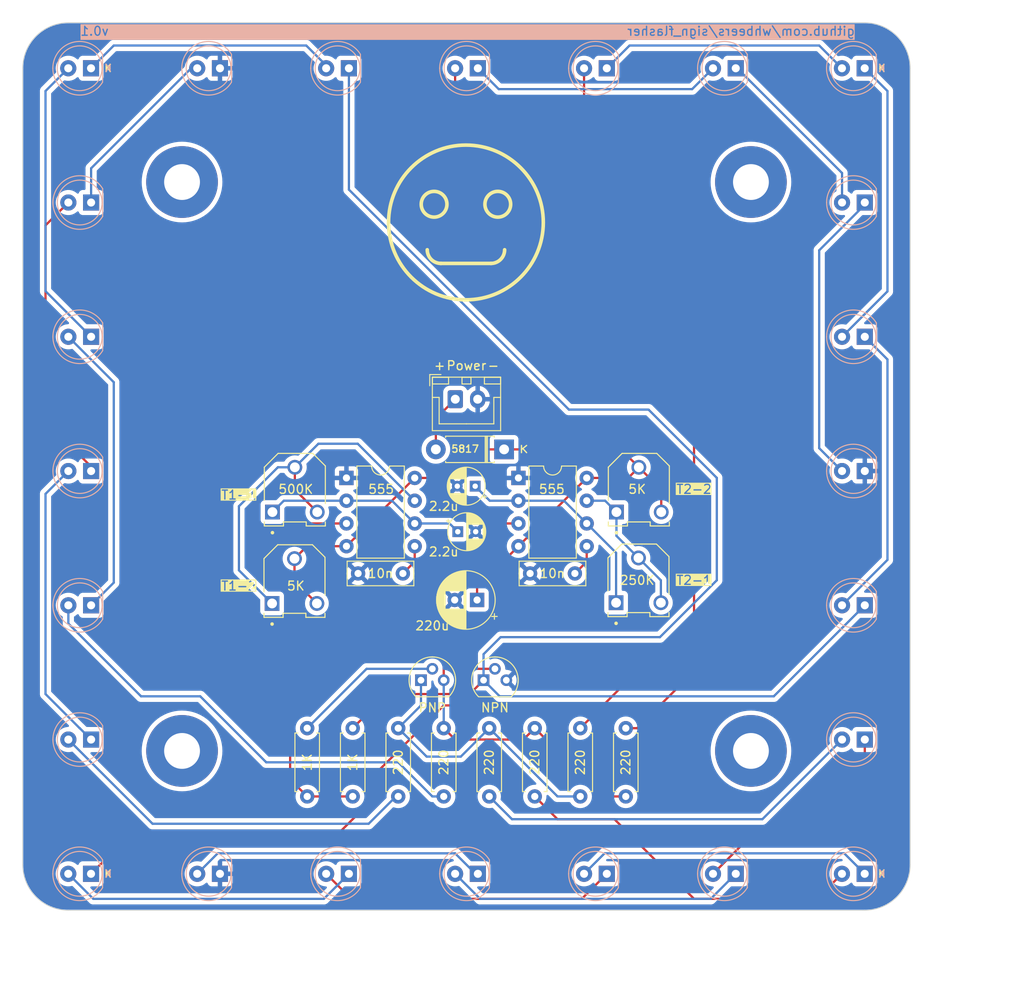
<source format=kicad_pcb>
(kicad_pcb (version 20221018) (generator pcbnew)
  (title_block (title "LED Sign Flasher") (date "2023-03-16") (rev "v0.1") (comment 1 "github.com/whbeers/sign_flasher"))
  (layers (0 "F.Cu" signal) (31 "B.Cu" power) (36 "B.SilkS" user "B.Silkscreen") (37 "F.SilkS" user "F.Silkscreen") (38 "B.Mask" user) (39 "F.Mask" user) (44 "Edge.Cuts" user))
  (net 0 "")
  (net 1 "/12V0")
  (net 2 "GND")
  (net 3 "Net-(U1-CV)")
  (net 4 "Net-(U2-CV)")
  (net 5 "Net-(U1-THR)")
  (net 6 "Net-(U2-THR)")
  (net 7 "Net-(D1-K)")
  (net 8 "Net-(D1-A)")
  (net 9 "Net-(D2-K)")
  (net 10 "Net-(D5-K)")
  (net 11 "Net-(D7-K)")
  (net 12 "Net-(D10-K)")
  (net 13 "Net-(D10-A)")
  (net 14 "Net-(D11-K)")
  (net 15 "Net-(D13-K)")
  (net 16 "Net-(D13-A)")
  (net 17 "Net-(D14-K)")
  (net 18 "Net-(D16-K)")
  (net 19 "Net-(D17-K)")
  (net 20 "Net-(Q1-B)")
  (net 21 "Net-(Q1-C)")
  (net 22 "/T2_OUT")
  (net 23 "Net-(Q2-B)")
  (net 24 "/T1_OUT")
  (net 25 "Net-(U1-DIS)")
  (net 26 "Net-(U2-DIS)")
  (net 27 "Net-(D3-K)")
  (net 28 "Net-(D5-A)")
  (net 29 "Net-(D6-K)")
  (net 30 "Net-(D9-A)")
  (net 31 "Net-(D15-K)")
  (net 32 "Net-(D17-A)")
  (net 33 "Net-(D18-K)")
  (net 34 "Net-(D19-K)")
  (net 35 "Net-(D21-K)")
  (net 36 "Net-(D21-A)")
  (net 37 "Net-(D22-K)")
  (net 38 "Net-(D23-K)")
  (net 39 "/VPOS")
  (footprint "Package_TO_SOT_THT:TO-92" (layer "F.Cu") (at 135.255 116.565)
    (fp_text reference "Q2")
    (fp_text value "BC547")
    (fp_text user "NPN" (at 1.27 3.069 unlocked) (layer "F.SilkS"))
    (pad "1" thru_hole rect (at 0 0) (size 1.3 1.3) (drill 0.75) (layers "*.Cu" "*.Mask") (net 18 "Net-(D16-K)"))
    (pad "2" thru_hole circle (at 1.27 -1.27) (size 1.3 1.3) (drill 0.75) (layers "*.Cu" "*.Mask") (net 23 "Net-(Q2-B)"))
    (pad "3" thru_hole circle (at 2.54 0) (size 1.3 1.3) (drill 0.75) (layers "*.Cu" "*.Mask") (net 2 "GND"))
  )
  (footprint "Package_DIP:DIP-8_W7.62mm" (layer "F.Cu") (at 139.14935 93.99)
    (fp_text reference "U2")
    (fp_text value "NE555D")
    (fp_text user "555" (at 3.72565 1.26 unlocked) (layer "F.SilkS"))
    (pad "1" thru_hole rect (at 0 0) (size 1.6 1.6) (drill 0.8) (layers "*.Cu" "*.Mask") (net 2 "GND"))
    (pad "2" thru_hole oval (at 0 2.54) (size 1.6 1.6) (drill 0.8) (layers "*.Cu" "*.Mask") (net 6 "Net-(U2-THR)"))
    (pad "3" thru_hole oval (at 0 5.08) (size 1.6 1.6) (drill 0.8) (layers "*.Cu" "*.Mask") (net 22 "/T2_OUT"))
    (pad "4" thru_hole oval (at 0 7.62) (size 1.6 1.6) (drill 0.8) (layers "*.Cu" "*.Mask") (net 1 "/12V0"))
    (pad "5" thru_hole oval (at 7.62 7.62) (size 1.6 1.6) (drill 0.8) (layers "*.Cu" "*.Mask") (net 4 "Net-(U2-CV)"))
    (pad "6" thru_hole oval (at 7.62 5.08) (size 1.6 1.6) (drill 0.8) (layers "*.Cu" "*.Mask") (net 6 "Net-(U2-THR)"))
    (pad "7" thru_hole oval (at 7.62 2.54) (size 1.6 1.6) (drill 0.8) (layers "*.Cu" "*.Mask") (net 26 "Net-(U2-DIS)"))
    (pad "8" thru_hole oval (at 7.62 0) (size 1.6 1.6) (drill 0.8) (layers "*.Cu" "*.Mask") (net 1 "/12V0"))
  )
  (footprint "Capacitor_THT:CP_Radial_D6.3mm_P2.50mm" (layer "F.Cu") (at 134.53238 107.61 180)
    (fp_text reference "C5")
    (fp_text value "220u" (at 4.99238 -2.88) (layer "F.SilkS"))
    (pad "1" thru_hole rect (at 0 0 180) (size 1.6 1.6) (drill 0.8) (layers "*.Cu" "*.Mask") (net 1 "/12V0"))
    (pad "2" thru_hole circle (at 2.5 0 180) (size 1.6 1.6) (drill 0.8) (layers "*.Cu" "*.Mask") (net 2 "GND"))
  )
  (footprint "Package_TO_SOT_THT:TO-92" (layer "F.Cu") (at 128.27 116.565)
    (fp_text reference "Q1")
    (fp_text value "BC557")
    (fp_text user "PNP" (at 1.27 3.069 unlocked) (layer "F.SilkS"))
    (pad "1" thru_hole rect (at 0 0) (size 1.3 1.3) (drill 0.75) (layers "*.Cu" "*.Mask") (net 21 "Net-(Q1-C)"))
    (pad "2" thru_hole circle (at 1.27 -1.27) (size 1.3 1.3) (drill 0.75) (layers "*.Cu" "*.Mask") (net 20 "Net-(Q1-B)"))
    (pad "3" thru_hole circle (at 2.54 0) (size 1.3 1.3) (drill 0.75) (layers "*.Cu" "*.Mask") (net 22 "/T2_OUT"))
  )
  (footprint "Package_DIP:DIP-8_W7.62mm" (layer "F.Cu") (at 119.95065 93.99)
    (fp_text reference "U1")
    (fp_text value "NE555D")
    (fp_text user "555" (at 3.87435 1.26 unlocked) (layer "F.SilkS"))
    (pad "1" thru_hole rect (at 0 0) (size 1.6 1.6) (drill 0.8) (layers "*.Cu" "*.Mask") (net 2 "GND"))
    (pad "2" thru_hole oval (at 0 2.54) (size 1.6 1.6) (drill 0.8) (layers "*.Cu" "*.Mask") (net 5 "Net-(U1-THR)"))
    (pad "3" thru_hole oval (at 0 5.08) (size 1.6 1.6) (drill 0.8) (layers "*.Cu" "*.Mask") (net 24 "/T1_OUT"))
    (pad "4" thru_hole oval (at 0 7.62) (size 1.6 1.6) (drill 0.8) (layers "*.Cu" "*.Mask") (net 1 "/12V0"))
    (pad "5" thru_hole oval (at 7.62 7.62) (size 1.6 1.6) (drill 0.8) (layers "*.Cu" "*.Mask") (net 3 "Net-(U1-CV)"))
    (pad "6" thru_hole oval (at 7.62 5.08) (size 1.6 1.6) (drill 0.8) (layers "*.Cu" "*.Mask") (net 5 "Net-(U1-THR)"))
    (pad "7" thru_hole oval (at 7.62 2.54) (size 1.6 1.6) (drill 0.8) (layers "*.Cu" "*.Mask") (net 25 "Net-(U1-DIS)"))
    (pad "8" thru_hole oval (at 7.62 0) (size 1.6 1.6) (drill 0.8) (layers "*.Cu" "*.Mask") (net 1 "/12V0"))
  )
  (footprint "Resistor_THT:R_Axial_DIN0207_L6.3mm_D2.5mm_P7.62mm_Horizontal" (layer "F.Cu") (at 125.73 121.92 -90)
    (fp_text reference "R2")
    (fp_text value "220" (at 3.81 0 90) (layer "F.SilkS"))
    (pad "1" thru_hole circle (at 0 0 270) (size 1.6 1.6) (drill 0.8) (layers "*.Cu" "*.Mask") (net 21 "Net-(Q1-C)"))
    (pad "2" thru_hole oval (at 7.62 0 270) (size 1.6 1.6) (drill 0.8) (layers "*.Cu" "*.Mask") (net 8 "Net-(D1-A)"))
  )
  (footprint "sign_flasher:TRIM_3306F-1-103" (layer "F.Cu") (at 152.5487 105.4175 -90)
    (fp_text reference "RV4")
    (fp_text value "250K" (at -0.0075 0.1487 -180) (layer "F.SilkS"))
    (fp_text user "T2-1" (at -0.0075 -6.2013 unlocked) (layer "F.SilkS" knockout))
    (pad "1" thru_hole rect (at 2.5 2.5 270) (size 1.65 1.65) (drill 1.1) (layers "*.Cu" "*.Mask") (net 6 "Net-(U2-THR)"))
    (pad "2" thru_hole circle (at -2.5 0 270) (size 1.65 1.65) (drill 1.1) (layers "*.Cu" "*.Mask") (net 26 "Net-(U2-DIS)"))
    (pad "3" thru_hole circle (at 2.5 -2.5 270) (size 1.65 1.65) (drill 1.1) (layers "*.Cu" "*.Mask") (net 26 "Net-(U2-DIS)"))
  )
  (footprint "MountingHole:MountingHole_4mm_Pad" (layer "F.Cu") (at 101.6 60.96)
    (fp_text reference "H2")
    (fp_text value "MountingHole")
    (pad "1" thru_hole circle (at 0 0) (size 8 8) (drill 4) (layers "*.Cu" "*.Mask"))
  )
  (footprint "Resistor_THT:R_Axial_DIN0207_L6.3mm_D2.5mm_P7.62mm_Horizontal" (layer "F.Cu") (at 130.81 121.92 -90)
    (fp_text reference "R6")
    (fp_text value "220" (at 3.81 0 90) (layer "F.SilkS"))
    (pad "1" thru_hole circle (at 0 0 270) (size 1.6 1.6) (drill 0.8) (layers "*.Cu" "*.Mask") (net 22 "/T2_OUT"))
    (pad "2" thru_hole oval (at 7.62 0 270) (size 1.6 1.6) (drill 0.8) (layers "*.Cu" "*.Mask") (net 16 "Net-(D13-A)"))
  )
  (footprint "MountingHole:MountingHole_4mm_Pad" (layer "F.Cu") (at 165.1 60.96)
    (fp_text reference "H1")
    (fp_text value "MountingHole")
    (pad "1" thru_hole circle (at 0 0) (size 8 8) (drill 4) (layers "*.Cu" "*.Mask"))
  )
  (footprint "Capacitor_THT:C_Rect_L7.2mm_W2.5mm_P5.00mm_FKS2_FKP2_MKS2_MKP2" (layer "F.Cu") (at 126.25 104.65 180)
    (fp_text reference "C1")
    (fp_text value "10n" (at 2.5 0 180) (layer "F.SilkS"))
    (pad "1" thru_hole circle (at 0 0 180) (size 1.6 1.6) (drill 0.8) (layers "*.Cu" "*.Mask") (net 3 "Net-(U1-CV)"))
    (pad "2" thru_hole circle (at 5 0 180) (size 1.6 1.6) (drill 0.8) (layers "*.Cu" "*.Mask") (net 2 "GND"))
  )
  (footprint "Capacitor_THT:C_Rect_L7.2mm_W2.5mm_P5.00mm_FKS2_FKP2_MKS2_MKP2" (layer "F.Cu") (at 145.44935 104.65 180)
    (fp_text reference "C3")
    (fp_text value "10n" (at 2.52195 0 180) (layer "F.SilkS"))
    (pad "1" thru_hole circle (at 0 0 180) (size 1.6 1.6) (drill 0.8) (layers "*.Cu" "*.Mask") (net 4 "Net-(U2-CV)"))
    (pad "2" thru_hole circle (at 5 0 180) (size 1.6 1.6) (drill 0.8) (layers "*.Cu" "*.Mask") (net 2 "GND"))
  )
  (footprint "Diode_THT:D_DO-41_SOD81_P7.62mm_Horizontal" (layer "F.Cu") (at 137.55 90.8 180)
    (fp_text reference "D25")
    (fp_text value "5817" (at 4.35 0.05) (layer "F.SilkS") (effects (font (size 0.8 0.8))))
    (fp_text user "K" (at -2.2 0) (layer "F.SilkS") (effects (font (size 0.8 1))))
    (pad "1" thru_hole rect (at 0 0 180) (size 2.2 2.2) (drill 1.1) (layers "*.Cu" "*.Mask") (net 1 "/12V0"))
    (pad "2" thru_hole oval (at 7.62 0 180) (size 2.2 2.2) (drill 1.1) (layers "*.Cu" "*.Mask") (net 39 "/VPOS"))
  )
  (footprint "sign_flasher:TRIM_3306F-1-103" (layer "F.Cu") (at 114.1913 95.2975 -90)
    (fp_text reference "RV2")
    (fp_text value "500K" (at -0.0475 -0.1087 -180) (layer "F.SilkS"))
    (fp_text user "T1-1" (at 0.5875 6.2413 unlocked) (layer "F.SilkS" knockout))
    (pad "1" thru_hole rect (at 2.5 2.5 270) (size 1.65 1.65) (drill 1.1) (layers "*.Cu" "*.Mask") (net 5 "Net-(U1-THR)"))
    (pad "2" thru_hole circle (at -2.5 0 270) (size 1.65 1.65) (drill 1.1) (layers "*.Cu" "*.Mask") (net 25 "Net-(U1-DIS)"))
    (pad "3" thru_hole circle (at 2.5 -2.5 270) (size 1.65 1.65) (drill 1.1) (layers "*.Cu" "*.Mask") (net 25 "Net-(U1-DIS)"))
  )
  (footprint "MountingHole:MountingHole_4mm_Pad" (layer "F.Cu") (at 101.6 124.46)
    (fp_text reference "H4")
    (fp_text value "MountingHole")
    (pad "1" thru_hole circle (at 0 0) (size 8 8) (drill 4) (layers "*.Cu" "*.Mask"))
  )
  (footprint "Resistor_THT:R_Axial_DIN0207_L6.3mm_D2.5mm_P7.62mm_Horizontal" (layer "F.Cu") (at 151.13 129.54 90)
    (fp_text reference "R7")
    (fp_text value "220" (at 3.81 0 90) (layer "F.SilkS"))
    (pad "1" thru_hole circle (at 0 0 90) (size 1.6 1.6) (drill 0.8) (layers "*.Cu" "*.Mask") (net 22 "/T2_OUT"))
    (pad "2" thru_hole oval (at 7.62 0 90) (size 1.6 1.6) (drill 0.8) (layers "*.Cu" "*.Mask") (net 32 "Net-(D17-A)"))
  )
  (footprint "Resistor_THT:R_Axial_DIN0207_L6.3mm_D2.5mm_P7.62mm_Horizontal" (layer "F.Cu") (at 115.57 129.54 90)
    (fp_text reference "R1")
    (fp_text value "1K" (at 3.81 0 90) (layer "F.SilkS"))
    (pad "1" thru_hole circle (at 0 0 90) (size 1.6 1.6) (drill 0.8) (layers "*.Cu" "*.Mask") (net 24 "/T1_OUT"))
    (pad "2" thru_hole oval (at 7.62 0 90) (size 1.6 1.6) (drill 0.8) (layers "*.Cu" "*.Mask") (net 20 "Net-(Q1-B)"))
  )
  (footprint "Resistor_THT:R_Axial_DIN0207_L6.3mm_D2.5mm_P7.62mm_Horizontal" (layer "F.Cu") (at 146.05 129.54 90)
    (fp_text reference "R3")
    (fp_text value "220" (at 3.81 0 90) (layer "F.SilkS"))
    (pad "1" thru_hole circle (at 0 0 90) (size 1.6 1.6) (drill 0.8) (layers "*.Cu" "*.Mask") (net 21 "Net-(Q1-C)"))
    (pad "2" thru_hole oval (at 7.62 0 90) (size 1.6 1.6) (drill 0.8) (layers "*.Cu" "*.Mask") (net 28 "Net-(D5-A)"))
  )
  (footprint "Resistor_THT:R_Axial_DIN0207_L6.3mm_D2.5mm_P7.62mm_Horizontal" (layer "F.Cu") (at 120.65 129.54 90)
    (fp_text reference "R5")
    (fp_text value "1K" (at 3.81 0 90) (layer "F.SilkS"))
    (pad "1" thru_hole circle (at 0 0 90) (size 1.6 1.6) (drill 0.8) (layers "*.Cu" "*.Mask") (net 24 "/T1_OUT"))
    (pad "2" thru_hole oval (at 7.62 0 90) (size 1.6 1.6) (drill 0.8) (layers "*.Cu" "*.Mask") (net 23 "Net-(Q2-B)"))
  )
  (footprint "Capacitor_THT:CP_Radial_D4.0mm_P2.00mm" (layer "F.Cu") (at 132.377401 99.99)
    (fp_text reference "C2")
    (fp_text value "2.2u" (at -1.567401 2.245) (layer "F.SilkS"))
    (pad "1" thru_hole rect (at 0 0) (size 1.2 1.2) (drill 0.6) (layers "*.Cu" "*.Mask") (net 5 "Net-(U1-THR)"))
    (pad "2" thru_hole circle (at 2 0) (size 1.2 1.2) (drill 0.6) (layers "*.Cu" "*.Mask") (net 2 "GND"))
  )
  (footprint "Connector_JST:JST_XH_B2B-XH-A_1x02_P2.50mm_Vertical" (layer "F.Cu") (at 132.1 85.2)
    (fp_text reference "J1")
    (fp_text value "Power" (at 1.25 -3.75) (layer "F.SilkS"))
    (fp_text user "+" (at -1.75 -3.75 unlocked) (layer "F.SilkS"))
    (fp_text user "-" (at 4.25 -3.75 unlocked) (layer "F.SilkS"))
    (pad "1" thru_hole roundrect (at 0 0) (size 1.7 2) (drill 1) (layers "*.Cu" "*.Mask") (roundrect_rratio 0.147059) (net 39 "/VPOS"))
    (pad "2" thru_hole oval (at 2.5 0) (size 1.7 2) (drill 1) (layers "*.Cu" "*.Mask") (net 2 "GND"))
  )
  (footprint "Resistor_THT:R_Axial_DIN0207_L6.3mm_D2.5mm_P7.62mm_Horizontal" (layer "F.Cu") (at 135.89 121.92 -90)
    (fp_text reference "R4")
    (fp_text value "220" (at 3.81 0 90) (layer "F.SilkS"))
    (pad "1" thru_hole circle (at 0 0 270) (size 1.6 1.6) (drill 0.8) (layers "*.Cu" "*.Mask") (net 21 "Net-(Q1-C)"))
    (pad "2" thru_hole oval (at 7.62 0 270) (size 1.6 1.6) (drill 0.8) (layers "*.Cu" "*.Mask") (net 30 "Net-(D9-A)"))
  )
  (footprint "Capacitor_THT:CP_Radial_D4.0mm_P2.00mm" (layer "F.Cu") (at 134.3226 94.91 180)
    (fp_text reference "C4")
    (fp_text value "2.2u" (at 3.5126 -2.245) (layer "F.SilkS"))
    (pad "1" thru_hole rect (at 0 0 180) (size 1.2 1.2) (drill 0.6) (layers "*.Cu" "*.Mask") (net 6 "Net-(U2-THR)"))
    (pad "2" thru_hole circle (at 2 0 180) (size 1.2 1.2) (drill 0.6) (layers "*.Cu" "*.Mask") (net 2 "GND"))
  )
  (footprint "Resistor_THT:R_Axial_DIN0207_L6.3mm_D2.5mm_P7.62mm_Horizontal" (layer "F.Cu") (at 140.97 121.92 -90)
    (fp_text reference "R8")
    (fp_text value "220" (at 3.81 0 90) (layer "F.SilkS"))
    (pad "1" thru_hole circle (at 0 0 270) (size 1.6 1.6) (drill 0.8) (layers "*.Cu" "*.Mask") (net 22 "/T2_OUT"))
    (pad "2" thru_hole oval (at 7.62 0 270) (size 1.6 1.6) (drill 0.8) (layers "*.Cu" "*.Mask") (net 36 "Net-(D21-A)"))
  )
  (footprint "MountingHole:MountingHole_4mm_Pad" (layer "F.Cu") (at 165.1 124.46)
    (fp_text reference "H3")
    (fp_text value "MountingHole")
    (pad "1" thru_hole circle (at 0 0) (size 8 8) (drill 4) (layers "*.Cu" "*.Mask"))
  )
  (footprint "sign_flasher:TRIM_3306F-1-103" (layer "F.Cu") (at 114.1513 105.4975 -90)
    (fp_text reference "RV1")
    (fp_text value "5K" (at 0.5475 -0.1487 -180) (layer "F.SilkS"))
    (fp_text user "T1-2" (at 0.5475 6.2013 unlocked) (layer "F.SilkS" knockout))
    (pad "1" thru_hole rect (at 2.5 2.5 270) (size 1.65 1.65) (drill 1.1) (layers "*.Cu" "*.Mask") (net 25 "Net-(U1-DIS)"))
    (pad "2" thru_hole circle (at -2.5 0 270) (size 1.65 1.65) (drill 1.1) (layers "*.Cu" "*.Mask") (net 1 "/12V0"))
    (pad "3" thru_hole circle (at 2.5 -2.5 270) (size 1.65 1.65) (drill 1.1) (layers "*.Cu" "*.Mask") (net 1 "/12V0"))
  )
  (footprint "sign_flasher:TRIM_3306F-1-103" (layer "F.Cu") (at 152.5887 95.2975 -90)
    (fp_text reference "RV3")
    (fp_text value "5K" (at -0.0475 0.1887 -180) (layer "F.SilkS"))
    (fp_text user "T2-2" (at -0.0475 -6.1613 unlocked) (layer "F.SilkS" knockout))
    (pad "1" thru_hole rect (at 2.5 2.5 270) (size 1.65 1.65) (drill 1.1) (layers "*.Cu" "*.Mask") (net 26 "Net-(U2-DIS)"))
    (pad "2" thru_hole circle (at -2.5 0 270) (size 1.65 1.65) (drill 1.1) (layers "*.Cu" "*.Mask") (net 1 "/12V0"))
    (pad "3" thru_hole circle (at 2.5 -2.5 270) (size 1.65 1.65) (drill 1.1) (layers "*.Cu" "*.Mask") (net 1 "/12V0"))
  )
  (footprint "LED_THT:LED_D5.0mm" (layer "B.Cu") (at 91.44 138.176 180)
    (fp_text reference "D24")
    (fp_text value "LED")
    (fp_text user "K" (at -1.905 0 unlocked) (layer "B.SilkS") (effects (font (size 0.8 0.8)) (justify mirror)))
    (fp_text user "K" (at -1.905 0 unlocked) (layer "F.SilkS") (effects (font (size 0.8 0.8))))
    (pad "1" thru_hole rect (at 0 0 180) (size 1.8 1.8) (drill 0.9) (layers "*.Cu" "*.Mask") (net 18 "Net-(D16-K)"))
    (pad "2" thru_hole circle (at 2.54 0 180) (size 1.8 1.8) (drill 0.9) (layers "*.Cu" "*.Mask") (net 38 "Net-(D23-K)"))
  )
  (footprint "LED_THT:LED_D5.0mm" (layer "B.Cu") (at 177.8 48.26 180)
    (fp_text reference "D18")
    (fp_text value "LED")
    (fp_text user "K" (at -1.905 0 unlocked) (layer "B.SilkS") (effects (font (size 0.8 0.8)) (justify mirror)))
    (fp_text user "K" (at -1.905 0 unlocked) (layer "F.SilkS") (effects (font (size 0.8 0.8))))
    (pad "1" thru_hole rect (at 0 0 180) (size 1.8 1.8) (drill 0.9) (layers "*.Cu" "*.Mask") (net 33 "Net-(D18-K)"))
    (pad "2" thru_hole circle (at 2.54 0 180) (size 1.8 1.8) (drill 0.9) (layers "*.Cu" "*.Mask") (net 19 "Net-(D17-K)"))
  )
  (footprint "LED_THT:LED_D5.0mm" (layer "B.Cu") (at 163.406665 48.26 180)
    (fp_text reference "D6")
    (fp_text value "LED")
    (pad "1" thru_hole rect (at 0 0 180) (size 1.8 1.8) (drill 0.9) (layers "*.Cu" "*.Mask") (net 29 "Net-(D6-K)"))
    (pad "2" thru_hole circle (at 2.54 0 180) (size 1.8 1.8) (drill 0.9) (layers "*.Cu" "*.Mask") (net 10 "Net-(D5-K)"))
  )
  (footprint "LED_THT:LED_D5.0mm" (layer "B.Cu") (at 134.619999 138.176 180)
    (fp_text reference "D11")
    (fp_text value "LED")
    (pad "1" thru_hole rect (at 0 0 180) (size 1.8 1.8) (drill 0.9) (layers "*.Cu" "*.Mask") (net 14 "Net-(D11-K)"))
    (pad "2" thru_hole circle (at 2.54 0 180) (size 1.8 1.8) (drill 0.9) (layers "*.Cu" "*.Mask") (net 12 "Net-(D10-K)"))
  )
  (footprint "LED_THT:LED_D5.0mm" (layer "B.Cu") (at 177.81 63.246 180)
    (fp_text reference "D7")
    (fp_text value "LED")
    (pad "1" thru_hole rect (at 0 0 180) (size 1.8 1.8) (drill 0.9) (layers "*.Cu" "*.Mask") (net 11 "Net-(D7-K)"))
    (pad "2" thru_hole circle (at 2.54 0 180) (size 1.8 1.8) (drill 0.9) (layers "*.Cu" "*.Mask") (net 29 "Net-(D6-K)"))
  )
  (footprint "LED_THT:LED_D5.0mm" (layer "B.Cu") (at 149.013332 48.26 180)
    (fp_text reference "D17")
    (fp_text value "LED")
    (pad "1" thru_hole rect (at 0 0 180) (size 1.8 1.8) (drill 0.9) (layers "*.Cu" "*.Mask") (net 19 "Net-(D17-K)"))
    (pad "2" thru_hole circle (at 2.54 0 180) (size 1.8 1.8) (drill 0.9) (layers "*.Cu" "*.Mask") (net 32 "Net-(D17-A)"))
  )
  (footprint "LED_THT:LED_D5.0mm" (layer "B.Cu") (at 91.45 63.246 180)
    (fp_text reference "D3")
    (fp_text value "LED")
    (pad "1" thru_hole rect (at 0 0 180) (size 1.8 1.8) (drill 0.9) (layers "*.Cu" "*.Mask") (net 27 "Net-(D3-K)"))
    (pad "2" thru_hole circle (at 2.54 0 180) (size 1.8 1.8) (drill 0.9) (layers "*.Cu" "*.Mask") (net 9 "Net-(D2-K)"))
  )
  (footprint "LED_THT:LED_D5.0mm" (layer "B.Cu") (at 91.45 78.232 180)
    (fp_text reference "D14")
    (fp_text value "LED")
    (pad "1" thru_hole rect (at 0 0 180) (size 1.8 1.8) (drill 0.9) (layers "*.Cu" "*.Mask") (net 17 "Net-(D14-K)"))
    (pad "2" thru_hole circle (at 2.54 0 180) (size 1.8 1.8) (drill 0.9) (layers "*.Cu" "*.Mask") (net 15 "Net-(D13-K)"))
  )
  (footprint "LED_THT:LED_D5.0mm" (layer "B.Cu") (at 177.8 138.176 180)
    (fp_text reference "D21")
    (fp_text value "LED")
    (fp_text user "K" (at -1.905 0 unlocked) (layer "B.SilkS") (effects (font (size 0.8 0.8)) (justify mirror)))
    (fp_text user "K" (at -1.905 0 unlocked) (layer "F.SilkS") (effects (font (size 0.8 0.8))))
    (pad "1" thru_hole rect (at 0 0 180) (size 1.8 1.8) (drill 0.9) (layers "*.Cu" "*.Mask") (net 35 "Net-(D21-K)"))
    (pad "2" thru_hole circle (at 2.54 0 180) (size 1.8 1.8) (drill 0.9) (layers "*.Cu" "*.Mask") (net 36 "Net-(D21-A)"))
  )
  (footprint "LED_THT:LED_D5.0mm" (layer "B.Cu") (at 177.81 78.232 180)
    (fp_text reference "D19")
    (fp_text value "LED")
    (pad "1" thru_hole rect (at 0 0 180) (size 1.8 1.8) (drill 0.9) (layers "*.Cu" "*.Mask") (net 34 "Net-(D19-K)"))
    (pad "2" thru_hole circle (at 2.54 0 180) (size 1.8 1.8) (drill 0.9) (layers "*.Cu" "*.Mask") (net 33 "Net-(D18-K)"))
  )
  (footprint "LED_THT:LED_D5.0mm" (layer "B.Cu") (at 177.81 108.204 180)
    (fp_text reference "D20")
    (fp_text value "LED")
    (pad "1" thru_hole rect (at 0 0 180) (size 1.8 1.8) (drill 0.9) (layers "*.Cu" "*.Mask") (net 18 "Net-(D16-K)"))
    (pad "2" thru_hole circle (at 2.54 0 180) (size 1.8 1.8) (drill 0.9) (layers "*.Cu" "*.Mask") (net 34 "Net-(D19-K)"))
  )
  (footprint "LED_THT:LED_D5.0mm" (layer "B.Cu") (at 105.833333 138.176 180)
    (fp_text reference "D12")
    (fp_text value "LED")
    (pad "1" thru_hole rect (at 0 0 180) (size 1.8 1.8) (drill 0.9) (layers "*.Cu" "*.Mask") (net 2 "GND"))
    (pad "2" thru_hole circle (at 2.54 0 180) (size 1.8 1.8) (drill 0.9) (layers "*.Cu" "*.Mask") (net 14 "Net-(D11-K)"))
  )
  (footprint "LED_THT:LED_D5.0mm" (layer "B.Cu") (at 120.226666 138.176 180)
    (fp_text reference "D23")
    (fp_text value "LED")
    (pad "1" thru_hole rect (at 0 0 180) (size 1.8 1.8) (drill 0.9) (layers "*.Cu" "*.Mask") (net 38 "Net-(D23-K)"))
    (pad "2" thru_hole circle (at 2.54 0 180) (size 1.8 1.8) (drill 0.9) (layers "*.Cu" "*.Mask") (net 37 "Net-(D22-K)"))
  )
  (footprint "LED_THT:LED_D5.0mm" (layer "B.Cu") (at 91.44 48.26 180)
    (fp_text reference "D15")
    (fp_text value "LED")
    (fp_text user "K" (at -1.905 0 unlocked) (layer "B.SilkS") (effects (font (size 0.8 0.8)) (justify mirror)))
    (fp_text user "K" (at -1.905 0 unlocked) (layer "F.SilkS") (effects (font (size 0.8 0.8))))
    (pad "1" thru_hole rect (at 0 0 180) (size 1.8 1.8) (drill 0.9) (layers "*.Cu" "*.Mask") (net 31 "Net-(D15-K)"))
    (pad "2" thru_hole circle (at 2.54 0 180) (size 1.8 1.8) (drill 0.9) (layers "*.Cu" "*.Mask") (net 17 "Net-(D14-K)"))
  )
  (footprint "LED_THT:LED_D5.0mm" (layer "B.Cu") (at 177.81 93.218 180)
    (fp_text reference "D8")
    (fp_text value "LED")
    (pad "1" thru_hole rect (at 0 0 180) (size 1.8 1.8) (drill 0.9) (layers "*.Cu" "*.Mask") (net 2 "GND"))
    (pad "2" thru_hole circle (at 2.54 0 180) (size 1.8 1.8) (drill 0.9) (layers "*.Cu" "*.Mask") (net 11 "Net-(D7-K)"))
  )
  (footprint "LED_THT:LED_D5.0mm" (layer "B.Cu") (at 177.81 123.19 180)
    (fp_text reference "D9")
    (fp_text value "LED")
    (pad "1" thru_hole rect (at 0 0 180) (size 1.8 1.8) (drill 0.9) (layers "*.Cu" "*.Mask") (net 13 "Net-(D10-A)"))
    (pad "2" thru_hole circle (at 2.54 0 180) (size 1.8 1.8) (drill 0.9) (layers "*.Cu" "*.Mask") (net 30 "Net-(D9-A)"))
  )
  (footprint "LED_THT:LED_D5.0mm" (layer "B.Cu") (at 134.619999 48.26 180)
    (fp_text reference "D5")
    (fp_text value "LED")
    (pad "1" thru_hole rect (at 0 0 180) (size 1.8 1.8) (drill 0.9) (layers "*.Cu" "*.Mask") (net 10 "Net-(D5-K)"))
    (pad "2" thru_hole circle (at 2.54 0 180) (size 1.8 1.8) (drill 0.9) (layers "*.Cu" "*.Mask") (net 28 "Net-(D5-A)"))
  )
  (footprint "LED_THT:LED_D5.0mm" (layer "B.Cu") (at 105.833333 48.26 180)
    (fp_text reference "D4")
    (fp_text value "LED")
    (pad "1" thru_hole rect (at 0 0 180) (size 1.8 1.8) (drill 0.9) (layers "*.Cu" "*.Mask") (net 2 "GND"))
    (pad "2" thru_hole circle (at 2.54 0 180) (size 1.8 1.8) (drill 0.9) (layers "*.Cu" "*.Mask") (net 27 "Net-(D3-K)"))
  )
  (footprint "LED_THT:LED_D5.0mm" (layer "B.Cu") (at 149.013332 138.176 180)
    (fp_text reference "D22")
    (fp_text value "LED")
    (pad "1" thru_hole rect (at 0 0 180) (size 1.8 1.8) (drill 0.9) (layers "*.Cu" "*.Mask") (net 37 "Net-(D22-K)"))
    (pad "2" thru_hole circle (at 2.54 0 180) (size 1.8 1.8) (drill 0.9) (layers "*.Cu" "*.Mask") (net 35 "Net-(D21-K)"))
  )
  (footprint "LED_THT:LED_D5.0mm" (layer "B.Cu") (at 91.45 108.204 180)
    (fp_text reference "D13")
    (fp_text value "LED")
    (pad "1" thru_hole rect (at 0 0 180) (size 1.8 1.8) (drill 0.9) (layers "*.Cu" "*.Mask") (net 15 "Net-(D13-K)"))
    (pad "2" thru_hole circle (at 2.54 0 180) (size 1.8 1.8) (drill 0.9) (layers "*.Cu" "*.Mask") (net 16 "Net-(D13-A)"))
  )
  (footprint "LED_THT:LED_D5.0mm" (layer "B.Cu") (at 120.226666 48.26 180)
    (fp_text reference "D16")
    (fp_text value "LED")
    (pad "1" thru_hole rect (at 0 0 180) (size 1.8 1.8) (drill 0.9) (layers "*.Cu" "*.Mask") (net 18 "Net-(D16-K)"))
    (pad "2" thru_hole circle (at 2.54 0 180) (size 1.8 1.8) (drill 0.9) (layers "*.Cu" "*.Mask") (net 31 "Net-(D15-K)"))
  )
  (footprint "LED_THT:LED_D5.0mm" (layer "B.Cu") (at 91.45 93.218 180)
    (fp_text reference "D2")
    (fp_text value "LED")
    (pad "1" thru_hole rect (at 0 0 180) (size 1.8 1.8) (drill 0.9) (layers "*.Cu" "*.Mask") (net 9 "Net-(D2-K)"))
    (pad "2" thru_hole circle (at 2.54 0 180) (size 1.8 1.8) (drill 0.9) (layers "*.Cu" "*.Mask") (net 7 "Net-(D1-K)"))
  )
  (footprint "LED_THT:LED_D5.0mm" (layer "B.Cu") (at 91.45 123.19 180)
    (fp_text reference "D1")
    (fp_text value "LED")
    (pad "1" thru_hole rect (at 0 0 180) (size 1.8 1.8) (drill 0.9) (layers "*.Cu" "*.Mask") (net 7 "Net-(D1-K)"))
    (pad "2" thru_hole circle (at 2.54 0 180) (size 1.8 1.8) (drill 0.9) (layers "*.Cu" "*.Mask") (net 8 "Net-(D1-A)"))
  )
  (footprint "LED_THT:LED_D5.0mm" (layer "B.Cu") (at 163.406665 138.176 180)
    (fp_text reference "D10")
    (fp_text value "LED")
    (pad "1" thru_hole rect (at 0 0 180) (size 1.8 1.8) (drill 0.9) (layers "*.Cu" "*.Mask") (net 12 "Net-(D10-K)"))
    (pad "2" thru_hole circle (at 2.54 0 180) (size 1.8 1.8) (drill 0.9) (layers "*.Cu" "*.Mask") (net 13 "Net-(D10-A)"))
  )
  (gr_arc (start 130.494369 70.042369) (mid 129.416739 69.596) (end 128.970369 68.518369) (stroke (width 0.4)) (layer "F.SilkS"))
  (gr_circle (center 129.732369 63.438369) (end 131.16921 63.438369) (stroke (width 0.4)) (fill none) (layer "F.SilkS"))
  (gr_line (start 130.494369 70.042369) (end 136.082369 70.042369) (stroke (width 0.4)) (layer "F.SilkS"))
  (gr_arc (start 137.606369 68.518369) (mid 137.16 69.595999) (end 136.082369 70.042369) (stroke (width 0.4)) (layer "F.SilkS"))
  (gr_circle (center 136.844369 63.438369) (end 138.28121 63.438369) (stroke (width 0.4)) (fill none) (layer "F.SilkS"))
  (gr_circle (center 133.288369 65.470369) (end 141.924369 65.470369) (stroke (width 0.4)) (fill none) (layer "F.SilkS"))
  (gr_line (start 83.82 137.16) (end 83.82 48.26) (stroke (width 0.1)) (layer "Edge.Cuts"))
  (gr_arc (start 83.82 48.26) (mid 85.307898 44.667898) (end 88.9 43.18) (stroke (width 0.1)) (layer "Edge.Cuts"))
  (gr_line (start 88.9 43.18) (end 177.8 43.18) (stroke (width 0.1)) (layer "Edge.Cuts"))
  (gr_arc (start 177.8 43.18) (mid 181.392102 44.667898) (end 182.88 48.26) (stroke (width 0.1)) (layer "Edge.Cuts"))
  (gr_line (start 88.9 142.24) (end 177.8 142.24) (stroke (width 0.1)) (layer "Edge.Cuts"))
  (gr_arc (start 88.9 142.24) (mid 85.307898 140.752102) (end 83.82 137.16) (stroke (width 0.1)) (layer "Edge.Cuts"))
  (gr_line (start 182.88 48.26) (end 182.88 137.16) (stroke (width 0.1)) (layer "Edge.Cuts"))
  (gr_arc (start 182.88 137.16) (mid 181.392102 140.752102) (end 177.8 142.24) (stroke (width 0.1)) (layer "Edge.Cuts"))
  (gr_text "        ${COMMENT1}                                                                            ${REVISION}        " (at 182.88 44.704) (layer "B.SilkS" knockout) (effects (font (size 1 1)) (justify left bottom mirror)))
  (segment (start 114.1513 105.4975) (end 116.6513 107.9975) (width 0.25) (layer "F.Cu") (net 1))
  (segment (start 119.95065 101.61) (end 115.5388 101.61) (width 0.25) (layer "F.Cu") (net 1))
  (segment (start 119.95065 101.61) (end 127.57065 93.99) (width 0.25) (layer "F.Cu") (net 1))
  (segment (start 146.76935 93.99) (end 151.3962 93.99) (width 0.25) (layer "F.Cu") (net 1))
  (segment (start 137.55 90.8) (end 143.545 90.8) (width 0.25) (layer "F.Cu") (net 1))
  (segment (start 151.3962 93.99) (end 152.5887 92.7975) (width 0.25) (layer "F.Cu") (net 1))
  (segment (start 133.9 90.8) (end 130.71 93.99) (width 0.25) (layer "F.Cu") (net 1))
  (segment (start 115.5388 101.61) (end 114.1513 102.9975) (width 0.25) (layer "F.Cu") (net 1))
  (segment (start 140.5 90.805) (end 143.55 90.805) (width 0.25) (layer "F.Cu") (net 1))
  (segment (start 130.71 93.99) (end 127.57065 93.99) (width 0.25) (layer "F.Cu") (net 1))
  (segment (start 137.55 90.8) (end 133.9 90.8) (width 0.25) (layer "F.Cu") (net 1))
  (segment (start 134.53238 107.61) (end 134.53238 106.22697) (width 0.25) (layer "F.Cu") (net 1))
  (segment (start 150.5962 90.805) (end 152.5887 92.7975) (width 0.25) (layer "F.Cu") (net 1))
  (segment (start 143.55 90.805) (end 150.5962 90.805) (width 0.25) (layer "F.Cu") (net 1))
  (segment (start 114.1513 102.9975) (end 114.1513 105.4975) (width 0.25) (layer "F.Cu") (net 1))
  (segment (start 143.545 90.8) (end 143.55 90.805) (width 0.25) (layer "F.Cu") (net 1))
  (segment (start 140.495 90.8) (end 140.5 90.805) (width 0.25) (layer "F.Cu") (net 1))
  (segment (start 155.0887 95.2975) (end 152.5887 92.7975) (width 0.25) (layer "F.Cu") (net 1))
  (segment (start 155.0887 97.7975) (end 155.0887 95.2975) (width 0.25) (layer "F.Cu") (net 1))
  (segment (start 134.53238 106.22697) (end 139.14935 101.61) (width 0.25) (layer "F.Cu") (net 1))
  (segment (start 146.76935 93.99) (end 139.14935 101.61) (width 0.25) (layer "F.Cu") (net 1))
  (segment (start 127.57065 103.32935) (end 126.25 104.65) (width 0.25) (layer "F.Cu") (net 3))
  (segment (start 127.57065 101.61) (end 127.57065 103.32935) (width 0.25) (layer "F.Cu") (net 3))
  (segment (start 146.76935 103.33) (end 145.44935 104.65) (width 0.25) (layer "F.Cu") (net 4))
  (segment (start 146.76935 101.61) (end 146.76935 103.33) (width 0.25) (layer "F.Cu") (net 4))
  (segment (start 131.457401 99.07) (end 132.377401 99.99) (width 0.25) (layer "B.Cu") (net 5))
  (segment (start 112.9588 96.53) (end 111.6913 97.7975) (width 0.25) (layer "B.Cu") (net 5))
  (segment (start 125.03065 96.53) (end 127.57065 99.07) (width 0.25) (layer "B.Cu") (net 5))
  (segment (start 127.57065 99.07) (end 131.457401 99.07) (width 0.25) (layer "B.Cu") (net 5))
  (segment (start 119.95065 96.53) (end 112.9588 96.53) (width 0.25) (layer "B.Cu") (net 5))
  (segment (start 119.95065 96.53) (end 125.03065 96.53) (width 0.25) (layer "B.Cu") (net 5))
  (segment (start 146.76935 99.07) (end 150.0487 102.34935) (width 0.25) (layer "B.Cu") (net 6))
  (segment (start 139.14935 96.53) (end 135.9426 96.53) (width 0.25) (layer "B.Cu") (net 6))
  (segment (start 144.22935 96.53) (end 146.76935 99.07) (width 0.25) (layer "B.Cu") (net 6))
  (segment (start 135.9426 96.53) (end 134.3226 94.91) (width 0.25) (layer "B.Cu") (net 6))
  (segment (start 139.14935 96.53) (end 144.22935 96.53) (width 0.25) (layer "B.Cu") (net 6))
  (segment (start 150.0487 102.34935) (end 150.0487 107.9175) (width 0.25) (layer "B.Cu") (net 6))
  (segment (start 86.36 95.768) (end 86.36 118.11) (width 0.25) (layer "B.Cu") (net 7))
  (segment (start 90.18 121.92) (end 91.45 123.19) (width 0.25) (layer "B.Cu") (net 7))
  (segment (start 86.36 118.11) (end 90.17 121.92) (width 0.25) (layer "B.Cu") (net 7))
  (segment (start 90.17 121.92) (end 90.18 121.92) (width 0.25) (layer "B.Cu") (net 7))
  (segment (start 88.91 93.218) (end 86.36 95.768) (width 0.25) (layer "B.Cu") (net 7))
  (segment (start 125.476 129.54) (end 125.73 129.54) (width 0.25) (layer "B.Cu") (net 8))
  (segment (start 88.91 123.19) (end 98.308 132.588) (width 0.25) (layer "B.Cu") (net 8))
  (segment (start 98.308 132.588) (end 122.428 132.588) (width 0.25) (layer "B.Cu") (net 8))
  (segment (start 122.428 132.588) (end 125.476 129.54) (width 0.25) (layer "B.Cu") (net 8))
  (segment (start 91.45 92.72) (end 86.36 87.63) (width 0.25) (layer "F.Cu") (net 9))
  (segment (start 91.45 93.218) (end 91.45 92.72) (width 0.25) (layer "F.Cu") (net 9))
  (segment (start 86.36 87.63) (end 86.36 65.796) (width 0.25) (layer "F.Cu") (net 9))
  (segment (start 86.36 65.796) (end 88.91 63.246) (width 0.25) (layer "F.Cu") (net 9))
  (segment (start 136.948331 50.588332) (end 134.619999 48.26) (width 0.25) (layer "B.Cu") (net 10))
  (segment (start 158.538332 50.588332) (end 136.948331 50.588332) (width 0.25) (layer "B.Cu") (net 10))
  (segment (start 160.866665 48.26) (end 158.538332 50.588332) (width 0.25) (layer "B.Cu") (net 10))
  (segment (start 172.72 68.58) (end 172.72 90.668) (width 0.25) (layer "B.Cu") (net 11))
  (segment (start 177.81 63.246) (end 177.81 63.49) (width 0.25) (layer "B.Cu") (net 11))
  (segment (start 177.81 63.49) (end 172.72 68.58) (width 0.25) (layer "B.Cu") (net 11))
  (segment (start 172.72 90.668) (end 175.27 93.218) (width 0.25) (layer "B.Cu") (net 11))
  (segment (start 160.612665 140.97) (end 163.406665 138.176) (width 0.25) (layer "B.Cu") (net 12))
  (segment (start 132.079999 138.176) (end 134.873999 140.97) (width 0.25) (layer "B.Cu") (net 12))
  (segment (start 134.873999 140.97) (end 160.612665 140.97) (width 0.25) (layer "B.Cu") (net 12))
  (segment (start 164.422665 134.62) (end 160.866665 138.176) (width 0.25) (layer "F.Cu") (net 13))
  (segment (start 177.81 123.19) (end 177.81 125.72) (width 0.25) (layer "F.Cu") (net 13))
  (segment (start 177.81 125.72) (end 168.91 134.62) (width 0.25) (layer "F.Cu") (net 13))
  (segment (start 168.91 134.62) (end 164.422665 134.62) (width 0.25) (layer "F.Cu") (net 13))
  (segment (start 134.366 138.176) (end 134.619999 138.176) (width 0.25) (layer "B.Cu") (net 14))
  (segment (start 105.579333 135.89) (end 132.08 135.89) (width 0.25) (layer "B.Cu") (net 14))
  (segment (start 132.08 135.89) (end 134.366 138.176) (width 0.25) (layer "B.Cu") (net 14))
  (segment (start 103.293333 138.176) (end 105.579333 135.89) (width 0.25) (layer "B.Cu") (net 14))
  (segment (start 91.45 108.204) (end 93.98 105.674) (width 0.25) (layer "B.Cu") (net 15))
  (segment (start 93.98 105.674) (end 93.98 83.302) (width 0.25) (layer "B.Cu") (net 15))
  (segment (start 93.98 83.302) (end 88.91 78.232) (width 0.25) (layer "B.Cu") (net 15))
  (segment (start 125.73 125.73) (end 129.54 129.54) (width 0.25) (layer "B.Cu") (net 16))
  (segment (start 88.91 108.204) (end 88.91 110.246) (width 0.25) (layer "B.Cu") (net 16))
  (segment (start 88.91 110.246) (end 97.028 118.364) (width 0.25) (layer "B.Cu") (net 16))
  (segment (start 110.998 125.73) (end 125.73 125.73) (width 0.25) (layer "B.Cu") (net 16))
  (segment (start 129.54 129.54) (end 130.81 129.54) (width 0.25) (layer "B.Cu") (net 16))
  (segment (start 103.632 118.364) (end 110.998 125.73) (width 0.25) (layer "B.Cu") (net 16))
  (segment (start 97.028 118.364) (end 103.632 118.364) (width 0.25) (layer "B.Cu") (net 16))
  (segment (start 86.36 50.8) (end 86.36 73.142) (width 0.25) (layer "B.Cu") (net 17))
  (segment (start 86.36 73.142) (end 91.45 78.232) (width 0.25) (layer "B.Cu") (net 17))
  (segment (start 88.9 48.26) (end 86.36 50.8) (width 0.25) (layer "B.Cu") (net 17))
  (segment (start 130.81 119.38) (end 123.19 127) (width 0.25) (layer "F.Cu") (net 18))
  (segment (start 96.266 133.35) (end 91.44 138.176) (width 0.25) (layer "F.Cu") (net 18))
  (segment (start 132.44 119.38) (end 130.81 119.38) (width 0.25) (layer "F.Cu") (net 18))
  (segment (start 123.19 129.54) (end 119.38 133.35) (width 0.25) (layer "F.Cu") (net 18))
  (segment (start 119.38 133.35) (end 96.266 133.35) (width 0.25) (layer "F.Cu") (net 18))
  (segment (start 135.255 116.565) (end 132.44 119.38) (width 0.25) (layer "F.Cu") (net 18))
  (segment (start 123.19 127) (end 123.19 129.54) (width 0.25) (layer "F.Cu") (net 18))
  (segment (start 154.94 111.76) (end 137.16 111.76) (width 0.25) (layer "B.Cu") (net 18))
  (segment (start 120.226666 48.26) (end 120.226666 61.806666) (width 0.25) (layer "B.Cu") (net 18))
  (segment (start 161.29 105.41) (end 154.94 111.76) (width 0.25) (layer "B.Cu") (net 18))
  (segment (start 120.226666 61.806666) (end 144.78 86.36) (width 0.25) (layer "B.Cu") (net 18))
  (segment (start 135.255 113.665) (end 135.255 116.565) (width 0.25) (layer "B.Cu") (net 18))
  (segment (start 161.29 93.98) (end 161.29 105.41) (width 0.25) (layer "B.Cu") (net 18))
  (segment (start 144.78 86.36) (end 153.67 86.36) (width 0.25) (layer "B.Cu") (net 18))
  (segment (start 153.67 86.36) (end 161.29 93.98) (width 0.25) (layer "B.Cu") (net 18))
  (segment (start 137.16 111.76) (end 135.255 113.665) (width 0.25) (layer "B.Cu") (net 18))
  (segment (start 177.81 108.204) (end 167.65 118.364) (width 0.25) (layer "B.Cu") (net 18))
  (segment (start 167.65 118.364) (end 137.054 118.364) (width 0.25) (layer "B.Cu") (net 18))
  (segment (start 137.054 118.364) (end 135.255 116.565) (width 0.25) (layer "B.Cu") (net 18))
  (segment (start 172.72 45.72) (end 151.553332 45.72) (width 0.25) (layer "B.Cu") (net 19))
  (segment (start 175.26 48.26) (end 172.72 45.72) (width 0.25) (layer "B.Cu") (net 19))
  (segment (start 151.553332 45.72) (end 149.013332 48.26) (width 0.25) (layer "B.Cu") (net 19))
  (segment (start 122.195 115.295) (end 115.57 121.92) (width 0.25) (layer "B.Cu") (net 20))
  (segment (start 129.54 115.295) (end 122.195 115.295) (width 0.25) (layer "B.Cu") (net 20))
  (segment (start 135.89 121.92) (end 132.715 125.095) (width 0.25) (layer "B.Cu") (net 21))
  (segment (start 128.27 116.565) (end 128.27 119.38) (width 0.25) (layer "B.Cu") (net 21))
  (segment (start 143.51 129.54) (end 135.89 121.92) (width 0.25) (layer "B.Cu") (net 21))
  (segment (start 132.715 125.095) (end 128.905 125.095) (width 0.25) (layer "B.Cu") (net 21))
  (segment (start 146.05 129.54) (end 143.51 129.54) (width 0.25) (layer "B.Cu") (net 21))
  (segment (start 128.27 119.38) (end 125.73 121.92) (width 0.25) (layer "B.Cu") (net 21))
  (segment (start 128.905 125.095) (end 125.73 121.92) (width 0.25) (layer "B.Cu") (net 21))
  (segment (start 148.59 129.54) (end 140.97 121.92) (width 0.25) (layer "F.Cu") (net 22))
  (segment (start 132.08 123.19) (end 130.81 121.92) (width 0.25) (layer "F.Cu") (net 22))
  (segment (start 139.14935 99.07) (end 137.113194 99.07) (width 0.25) (layer "F.Cu") (net 22))
  (segment (start 137.113194 99.07) (end 130.81 105.373194) (width 0.25) (layer "F.Cu") (net 22))
  (segment (start 140.97 121.92) (end 139.7 123.19) (width 0.25) (layer "F.Cu") (net 22))
  (segment (start 139.7 123.19) (end 132.08 123.19) (width 0.25) (layer "F.Cu") (net 22))
  (segment (start 151.13 129.54) (end 148.59 129.54) (width 0.25) (layer "F.Cu") (net 22))
  (segment (start 130.81 105.373194) (end 130.81 116.565) (width 0.25) (layer "F.Cu") (net 22))
  (segment (start 130.81 116.565) (end 130.81 121.92) (width 0.25) (layer "B.Cu") (net 22))
  (segment (start 124.46 118.11) (end 131.445 118.11) (width 0.25) (layer "F.Cu") (net 23))
  (segment (start 120.65 121.92) (end 124.46 118.11) (width 0.25) (layer "F.Cu") (net 23))
  (segment (start 134.26 115.295) (end 136.525 115.295) (width 0.25) (layer "F.Cu") (net 23))
  (segment (start 131.445 118.11) (end 134.26 115.295) (width 0.25) (layer "F.Cu") (net 23))
  (segment (start 113.665 106.045) (end 112.395 104.775) (width 0.25) (layer "F.Cu") (net 24))
  (segment (start 115.57 129.54) (end 113.665 127.635) (width 0.25) (layer "F.Cu") (net 24))
  (segment (start 115.56 99.07) (end 119.95065 99.07) (width 0.25) (layer "F.Cu") (net 24))
  (segment (start 113.665 127.635) (end 113.665 106.045) (width 0.25) (layer "F.Cu") (net 24))
  (segment (start 115.57 129.54) (end 120.65 129.54) (width 0.25) (layer "F.Cu") (net 24))
  (segment (start 112.395 104.775) (end 112.395 102.235) (width 0.25) (layer "F.Cu") (net 24))
  (segment (start 112.395 102.235) (end 115.56 99.07) (width 0.25) (layer "F.Cu") (net 24))
  (segment (start 114.1913 95.2975) (end 114.1913 92.7975) (width 0.25) (layer "F.Cu") (net 25))
  (segment (start 116.6913 97.7975) (end 114.1913 95.2975) (width 0.25) (layer "F.Cu") (net 25))
  (segment (start 116.8188 90.17) (end 121.21065 90.17) (width 0.25) (layer "B.Cu") (net 25))
  (segment (start 114.1913 92.7975) (end 116.8188 90.17) (width 0.25) (layer "B.Cu") (net 25))
  (segment (start 107.95 104.2962) (end 111.6513 107.9975) (width 0.25) (layer "B.Cu") (net 25))
  (segment (start 121.21065 90.17) (end 127.57065 96.53) (width 0.25) (layer "B.Cu") (net 25))
  (segment (start 107.95 97.1444) (end 107.95 104.2962) (width 0.25) (layer "B.Cu") (net 25))
  (segment (start 114.1913 92.7975) (end 112.2969 92.7975) (width 0.25) (layer "B.Cu") (net 25))
  (segment (start 112.2969 92.7975) (end 107.95 97.1444) (width 0.25) (layer "B.Cu") (net 25))
  (segment (start 150.0887 100.4575) (end 152.5487 102.9175) (width 0.25) (layer "B.Cu") (net 26))
  (segment (start 150.0887 97.7975) (end 150.0887 100.4575) (width 0.25) (layer "B.Cu") (net 26))
  (segment (start 155.0487 105.4175) (end 155.0487 107.9175) (width 0.25) (layer "B.Cu") (net 26))
  (segment (start 148.8212 96.53) (end 150.0887 97.7975) (width 0.25) (layer "B.Cu") (net 26))
  (segment (start 152.5487 102.9175) (end 155.0487 105.4175) (width 0.25) (layer "B.Cu") (net 26))
  (segment (start 146.76935 96.53) (end 148.8212 96.53) (width 0.25) (layer "B.Cu") (net 26))
  (segment (start 91.45 59.426) (end 91.45 63.246) (width 0.25) (layer "B.Cu") (net 27))
  (segment (start 102.616 48.26) (end 91.45 59.426) (width 0.25) (layer "B.Cu") (net 27))
  (segment (start 103.293333 48.26) (end 102.616 48.26) (width 0.25) (layer "B.Cu") (net 27))
  (segment (start 158.75 109.22) (end 146.05 121.92) (width 0.25) (layer "F.Cu") (net 28))
  (segment (start 132.08 62.23) (end 158.75 88.9) (width 0.25) (layer "F.Cu") (net 28))
  (segment (start 158.75 88.9) (end 158.75 109.22) (width 0.25) (layer "F.Cu") (net 28))
  (segment (start 132.079999 48.26) (end 132.08 62.23) (width 0.25) (layer "F.Cu") (net 28))
  (segment (start 175.27 59.954) (end 175.27 63.246) (width 0.25) (layer "B.Cu") (net 29))
  (segment (start 163.576 48.26) (end 175.27 59.954) (width 0.25) (layer "B.Cu") (net 29))
  (segment (start 163.406665 48.26) (end 163.576 48.26) (width 0.25) (layer "B.Cu") (net 29))
  (segment (start 166.38 132.08) (end 138.43 132.08) (width 0.25) (layer "B.Cu") (net 30))
  (segment (start 175.27 123.19) (end 166.38 132.08) (width 0.25) (layer "B.Cu") (net 30))
  (segment (start 138.43 132.08) (end 135.89 129.54) (width 0.25) (layer "B.Cu") (net 30))
  (segment (start 117.686666 47.9425) (end 115.464166 45.72) (width 0.25) (layer "B.Cu") (net 31))
  (segment (start 117.686666 48.26) (end 117.686666 47.9425) (width 0.25) (layer "B.Cu") (net 31))
  (segment (start 115.464166 45.72) (end 93.98 45.72) (width 0.25) (layer "B.Cu") (net 31))
  (segment (start 93.98 45.72) (end 91.44 48.26) (width 0.25) (layer "B.Cu") (net 31))
  (segment (start 146.473332 62.653332) (end 165.1 81.28) (width 0.25) (layer "F.Cu") (net 32))
  (segment (start 165.1 81.28) (end 165.1 109.22) (width 0.25) (layer "F.Cu") (net 32))
  (segment (start 165.1 109.22) (end 152.4 121.92) (width 0.25) (layer "F.Cu") (net 32))
  (segment (start 152.4 121.92) (end 151.13 121.92) (width 0.25) (layer "F.Cu") (net 32))
  (segment (start 146.473332 48.26) (end 146.473332 62.653332) (width 0.25) (layer "F.Cu") (net 32))
  (segment (start 175.27 78.232) (end 180.34 73.162) (width 0.25) (layer "B.Cu") (net 33))
  (segment (start 180.34 73.162) (end 180.34 50.8) (width 0.25) (layer "B.Cu") (net 33))
  (segment (start 180.34 50.8) (end 177.8 48.26) (width 0.25) (layer "B.Cu") (net 33))
  (segment (start 180.34 80.762) (end 177.81 78.232) (width 0.25) (layer "B.Cu") (net 34))
  (segment (start 180.34 103.134) (end 180.34 80.762) (width 0.25) (layer "B.Cu") (net 34))
  (segment (start 175.27 108.204) (end 180.34 103.134) (width 0.25) (layer "B.Cu") (net 34))
  (segment (start 175.514 135.89) (end 148.759332 135.89) (width 0.25) (layer "B.Cu") (net 35))
  (segment (start 177.8 138.176) (end 175.514 135.89) (width 0.25) (layer "B.Cu") (net 35))
  (segment (start 148.759332 135.89) (end 146.473332 138.176) (width 0.25) (layer "B.Cu") (net 35))
  (segment (start 143.51 132.08) (end 140.97 129.54) (width 0.25) (layer "F.Cu") (net 36))
  (segment (start 149.86 132.08) (end 143.51 132.08) (width 0.25) (layer "F.Cu") (net 36))
  (segment (start 175.26 138.176) (end 172.466 140.97) (width 0.25) (layer "F.Cu") (net 36))
  (segment (start 172.466 140.97) (end 158.75 140.97) (width 0.25) (layer "F.Cu") (net 36))
  (segment (start 158.75 140.97) (end 149.86 132.08) (width 0.25) (layer "F.Cu") (net 36))
  (segment (start 149.013332 138.176) (end 146.219332 140.97) (width 0.25) (layer "F.Cu") (net 37))
  (segment (start 146.219332 140.97) (end 120.480666 140.97) (width 0.25) (layer "F.Cu") (net 37))
  (segment (start 120.480666 140.97) (end 117.686666 138.176) (width 0.25) (layer "F.Cu") (net 37))
  (segment (start 88.9 138.176) (end 91.694 140.97) (width 0.25) (layer "B.Cu") (net 38))
  (segment (start 91.694 140.97) (end 117.432666 140.97) (width 0.25) (layer "B.Cu") (net 38))
  (segment (start 117.432666 140.97) (end 120.226666 138.176) (width 0.25) (layer "B.Cu") (net 38))
  (segment (start 129.93 87.37) (end 129.93 90.8) (width 0.25) (layer "F.Cu") (net 39))
  (segment (start 132.1 85.2) (end 129.93 87.37) (width 0.25) (layer "F.Cu") (net 39))
  (zone (net 2) (net_name "GND") (layer "B.Cu") (connect_pads (clearance 0.5)) (min_thickness 0.25) (fill yes (thermal_gap 0.5) (thermal_bridge_width 0.5))
    (polygon (pts (xy 195.58 40.64) (xy 195.58 152.4) (xy 81.28 152.4) (xy 81.28 40.64)))
  )
)
</source>
